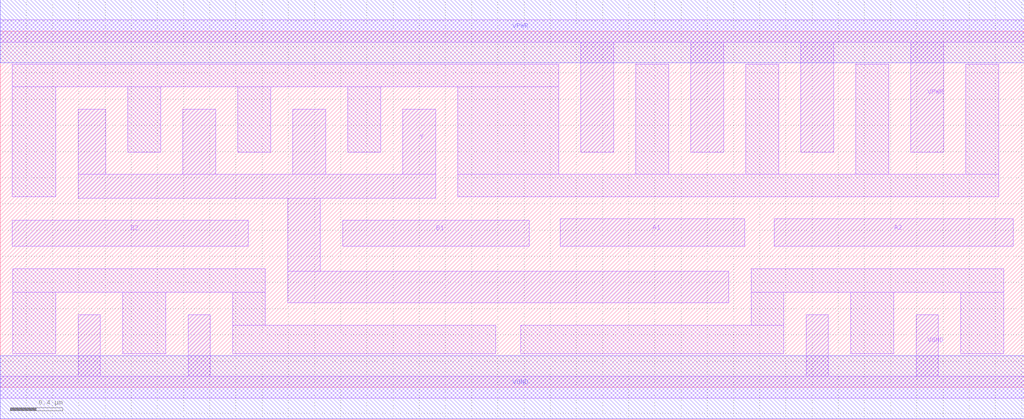
<source format=lef>
# Copyright 2020 The SkyWater PDK Authors
#
# Licensed under the Apache License, Version 2.0 (the "License");
# you may not use this file except in compliance with the License.
# You may obtain a copy of the License at
#
#     https://www.apache.org/licenses/LICENSE-2.0
#
# Unless required by applicable law or agreed to in writing, software
# distributed under the License is distributed on an "AS IS" BASIS,
# WITHOUT WARRANTIES OR CONDITIONS OF ANY KIND, either express or implied.
# See the License for the specific language governing permissions and
# limitations under the License.
#
# SPDX-License-Identifier: Apache-2.0

VERSION 5.5 ;
NAMESCASESENSITIVE ON ;
BUSBITCHARS "[]" ;
DIVIDERCHAR "/" ;
MACRO sky130_fd_sc_hd__a22oi_4
  CLASS CORE ;
  SOURCE USER ;
  ORIGIN  0.000000  0.000000 ;
  SIZE  7.820000 BY  2.720000 ;
  SYMMETRY X Y R90 ;
  SITE unithd ;
  PIN A1
    ANTENNAGATEAREA  0.990000 ;
    DIRECTION INPUT ;
    USE SIGNAL ;
    PORT
      LAYER li1 ;
        RECT 4.275000 1.075000 5.685000 1.285000 ;
    END
  END A1
  PIN A2
    ANTENNAGATEAREA  0.990000 ;
    DIRECTION INPUT ;
    USE SIGNAL ;
    PORT
      LAYER li1 ;
        RECT 5.910000 1.075000 7.735000 1.285000 ;
    END
  END A2
  PIN B1
    ANTENNAGATEAREA  0.990000 ;
    DIRECTION INPUT ;
    USE SIGNAL ;
    PORT
      LAYER li1 ;
        RECT 2.615000 1.075000 4.040000 1.275000 ;
    END
  END B1
  PIN B2
    ANTENNAGATEAREA  0.990000 ;
    DIRECTION INPUT ;
    USE SIGNAL ;
    PORT
      LAYER li1 ;
        RECT 0.090000 1.075000 1.895000 1.275000 ;
    END
  END B2
  PIN Y
    ANTENNADIFFAREA  1.782000 ;
    DIRECTION OUTPUT ;
    USE SIGNAL ;
    PORT
      LAYER li1 ;
        RECT 0.595000 1.445000 3.325000 1.625000 ;
        RECT 0.595000 1.625000 0.805000 2.125000 ;
        RECT 1.395000 1.625000 1.645000 2.125000 ;
        RECT 2.195000 0.645000 5.565000 0.885000 ;
        RECT 2.195000 0.885000 2.445000 1.445000 ;
        RECT 2.235000 1.625000 2.485000 2.125000 ;
        RECT 3.075000 1.625000 3.325000 2.125000 ;
    END
  END Y
  PIN VGND
    DIRECTION INOUT ;
    SHAPE ABUTMENT ;
    USE GROUND ;
    PORT
      LAYER li1 ;
        RECT 0.000000 -0.085000 7.820000 0.085000 ;
        RECT 0.595000  0.085000 0.765000 0.555000 ;
        RECT 1.435000  0.085000 1.605000 0.555000 ;
        RECT 6.155000  0.085000 6.325000 0.555000 ;
        RECT 6.995000  0.085000 7.165000 0.555000 ;
    END
    PORT
      LAYER met1 ;
        RECT 0.000000 -0.240000 7.820000 0.240000 ;
    END
  END VGND
  PIN VPWR
    DIRECTION INOUT ;
    SHAPE ABUTMENT ;
    USE POWER ;
    PORT
      LAYER li1 ;
        RECT 0.000000 2.635000 7.820000 2.805000 ;
        RECT 4.435000 1.795000 4.685000 2.635000 ;
        RECT 5.275000 1.795000 5.525000 2.635000 ;
        RECT 6.115000 1.795000 6.365000 2.635000 ;
        RECT 6.955000 1.795000 7.205000 2.635000 ;
    END
    PORT
      LAYER met1 ;
        RECT 0.000000 2.480000 7.820000 2.960000 ;
    END
  END VPWR
  OBS
    LAYER li1 ;
      RECT 0.090000 1.455000 0.425000 2.295000 ;
      RECT 0.090000 2.295000 4.265000 2.465000 ;
      RECT 0.095000 0.255000 0.425000 0.725000 ;
      RECT 0.095000 0.725000 2.025000 0.905000 ;
      RECT 0.935000 0.255000 1.265000 0.725000 ;
      RECT 0.975000 1.795000 1.225000 2.295000 ;
      RECT 1.775000 0.255000 3.785000 0.475000 ;
      RECT 1.775000 0.475000 2.025000 0.725000 ;
      RECT 1.815000 1.795000 2.065000 2.295000 ;
      RECT 2.655000 1.795000 2.905000 2.295000 ;
      RECT 3.495000 1.455000 7.625000 1.625000 ;
      RECT 3.495000 1.625000 4.265000 2.295000 ;
      RECT 3.975000 0.255000 5.985000 0.475000 ;
      RECT 4.855000 1.625000 5.105000 2.465000 ;
      RECT 5.695000 1.625000 5.945000 2.465000 ;
      RECT 5.735000 0.475000 5.985000 0.725000 ;
      RECT 5.735000 0.725000 7.665000 0.905000 ;
      RECT 6.495000 0.255000 6.825000 0.725000 ;
      RECT 6.535000 1.625000 6.785000 2.465000 ;
      RECT 7.335000 0.255000 7.665000 0.725000 ;
      RECT 7.375000 1.625000 7.625000 2.465000 ;
  END
END sky130_fd_sc_hd__a22oi_4
END LIBRARY

</source>
